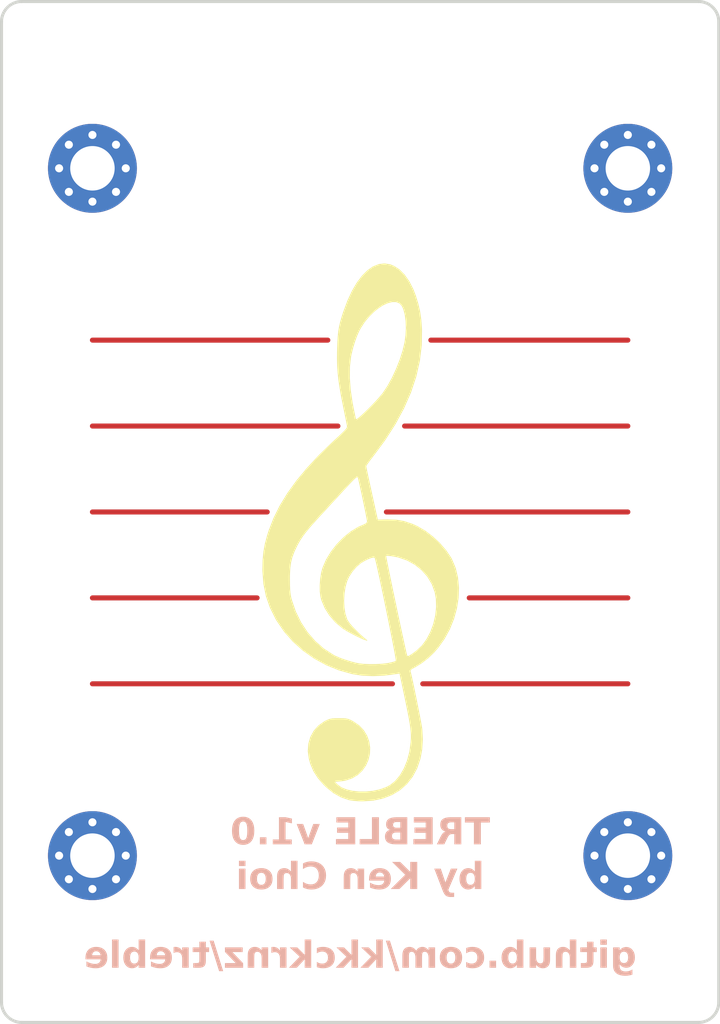
<source format=kicad_pcb>
(kicad_pcb (version 20240108) (generator "pcbnew") (generator_version "8.0")
  (title_block (title "treble_cover_plate") (date "2024-09-01") (rev "1") (company "Ken Choi"))
  (layers (0 "F.Cu" signal) (31 "B.Cu" signal) (34 "B.Paste" user) (35 "F.Paste" user) (36 "B.SilkS" user "B.Silkscreen") (37 "F.SilkS" user "F.Silkscreen") (38 "B.Mask" user) (39 "F.Mask" user) (44 "Edge.Cuts" user))
  (net 0 "")
  (net 1 "H1_Hole")
  (net 2 "H2_Hole")
  (net 3 "H3_Hole")
  (net 4 "H4_Hole")
  (footprint "MountingHole_2.2mm_M2_Pad_Via" (layer "F.Cu") (at 193.75 145.75)
    (property "Reference" "H1" (hide yes))
    (property "Value" "")
    (pad "" thru_hole circle (at -1.65 0) (size 0.7 0.7) (drill 0.4) (layers "*.Cu" "*.Mask") (net 1 "H1_Hole"))
    (pad "" thru_hole circle (at -1.166726 -1.166726) (size 0.7 0.7) (drill 0.4) (layers "*.Cu" "*.Mask") (net 1 "H1_Hole"))
    (pad "" thru_hole circle (at -1.166726 1.166726) (size 0.7 0.7) (drill 0.4) (layers "*.Cu" "*.Mask") (net 1 "H1_Hole"))
    (pad "" thru_hole circle (at 0 -1.65) (size 0.7 0.7) (drill 0.4) (layers "*.Cu" "*.Mask") (net 1 "H1_Hole"))
    (pad "" thru_hole circle (at 0 0) (size 4.4 4.4) (drill 2.2) (layers "*.Cu" "*.Mask") (net 1 "H1_Hole"))
    (pad "" thru_hole circle (at 0 1.65) (size 0.7 0.7) (drill 0.4) (layers "*.Cu" "*.Mask") (net 1 "H1_Hole"))
    (pad "" thru_hole circle (at 1.166726 -1.166726) (size 0.7 0.7) (drill 0.4) (layers "*.Cu" "*.Mask") (net 1 "H1_Hole"))
    (pad "" thru_hole circle (at 1.166726 1.166726) (size 0.7 0.7) (drill 0.4) (layers "*.Cu" "*.Mask") (net 1 "H1_Hole"))
    (pad "" thru_hole circle (at 1.65 0) (size 0.7 0.7) (drill 0.4) (layers "*.Cu" "*.Mask") (net 1 "H1_Hole"))
  )
  (footprint "MountingHole_2.2mm_M2_Pad_Via" (layer "F.Cu") (at 220.25 111.75)
    (property "Reference" "H4" (hide yes))
    (property "Value" "")
    (pad "" thru_hole circle (at -1.65 0) (size 0.7 0.7) (drill 0.4) (layers "*.Cu" "*.Mask") (net 4 "H4_Hole"))
    (pad "" thru_hole circle (at -1.166726 -1.166726) (size 0.7 0.7) (drill 0.4) (layers "*.Cu" "*.Mask") (net 4 "H4_Hole"))
    (pad "" thru_hole circle (at -1.166726 1.166726) (size 0.7 0.7) (drill 0.4) (layers "*.Cu" "*.Mask") (net 4 "H4_Hole"))
    (pad "" thru_hole circle (at 0 -1.65) (size 0.7 0.7) (drill 0.4) (layers "*.Cu" "*.Mask") (net 4 "H4_Hole"))
    (pad "" thru_hole circle (at 0 0) (size 4.4 4.4) (drill 2.2) (layers "*.Cu" "*.Mask") (net 4 "H4_Hole"))
    (pad "" thru_hole circle (at 0 1.65) (size 0.7 0.7) (drill 0.4) (layers "*.Cu" "*.Mask") (net 4 "H4_Hole"))
    (pad "" thru_hole circle (at 1.166726 -1.166726) (size 0.7 0.7) (drill 0.4) (layers "*.Cu" "*.Mask") (net 4 "H4_Hole"))
    (pad "" thru_hole circle (at 1.166726 1.166726) (size 0.7 0.7) (drill 0.4) (layers "*.Cu" "*.Mask") (net 4 "H4_Hole"))
    (pad "" thru_hole circle (at 1.65 0) (size 0.7 0.7) (drill 0.4) (layers "*.Cu" "*.Mask") (net 4 "H4_Hole"))
  )
  (footprint "MountingHole_2.2mm_M2_Pad_Via" (layer "F.Cu") (at 220.25 145.75)
    (property "Reference" "H3" (hide yes))
    (property "Value" "")
    (pad "" thru_hole circle (at -1.65 0) (size 0.7 0.7) (drill 0.4) (layers "*.Cu" "*.Mask") (net 3 "H3_Hole"))
    (pad "" thru_hole circle (at -1.166726 -1.166726) (size 0.7 0.7) (drill 0.4) (layers "*.Cu" "*.Mask") (net 3 "H3_Hole"))
    (pad "" thru_hole circle (at -1.166726 1.166726) (size 0.7 0.7) (drill 0.4) (layers "*.Cu" "*.Mask") (net 3 "H3_Hole"))
    (pad "" thru_hole circle (at 0 -1.65) (size 0.7 0.7) (drill 0.4) (layers "*.Cu" "*.Mask") (net 3 "H3_Hole"))
    (pad "" thru_hole circle (at 0 0) (size 4.4 4.4) (drill 2.2) (layers "*.Cu" "*.Mask") (net 3 "H3_Hole"))
    (pad "" thru_hole circle (at 0 1.65) (size 0.7 0.7) (drill 0.4) (layers "*.Cu" "*.Mask") (net 3 "H3_Hole"))
    (pad "" thru_hole circle (at 1.166726 -1.166726) (size 0.7 0.7) (drill 0.4) (layers "*.Cu" "*.Mask") (net 3 "H3_Hole"))
    (pad "" thru_hole circle (at 1.166726 1.166726) (size 0.7 0.7) (drill 0.4) (layers "*.Cu" "*.Mask") (net 3 "H3_Hole"))
    (pad "" thru_hole circle (at 1.65 0) (size 0.7 0.7) (drill 0.4) (layers "*.Cu" "*.Mask") (net 3 "H3_Hole"))
  )
  (footprint "MountingHole_2.2mm_M2_Pad_Via" (layer "F.Cu") (at 193.75 111.75)
    (property "Reference" "H2" (hide yes))
    (property "Value" "")
    (pad "" thru_hole circle (at -1.65 0) (size 0.7 0.7) (drill 0.4) (layers "*.Cu" "*.Mask") (net 2 "H2_Hole"))
    (pad "" thru_hole circle (at -1.166726 -1.166726) (size 0.7 0.7) (drill 0.4) (layers "*.Cu" "*.Mask") (net 2 "H2_Hole"))
    (pad "" thru_hole circle (at -1.166726 1.166726) (size 0.7 0.7) (drill 0.4) (layers "*.Cu" "*.Mask") (net 2 "H2_Hole"))
    (pad "" thru_hole circle (at 0 -1.65) (size 0.7 0.7) (drill 0.4) (layers "*.Cu" "*.Mask") (net 2 "H2_Hole"))
    (pad "" thru_hole circle (at 0 0) (size 4.4 4.4) (drill 2.2) (layers "*.Cu" "*.Mask") (net 2 "H2_Hole"))
    (pad "" thru_hole circle (at 0 1.65) (size 0.7 0.7) (drill 0.4) (layers "*.Cu" "*.Mask") (net 2 "H2_Hole"))
    (pad "" thru_hole circle (at 1.166726 -1.166726) (size 0.7 0.7) (drill 0.4) (layers "*.Cu" "*.Mask") (net 2 "H2_Hole"))
    (pad "" thru_hole circle (at 1.166726 1.166726) (size 0.7 0.7) (drill 0.4) (layers "*.Cu" "*.Mask") (net 2 "H2_Hole"))
    (pad "" thru_hole circle (at 1.65 0) (size 0.7 0.7) (drill 0.4) (layers "*.Cu" "*.Mask") (net 2 "H2_Hole"))
  )
  (footprint "logo_treble" (layer "F.Cu") (at 207 128.75)
    (property "Reference" "TL1" (hide yes))
    (property "Value" "")
    (fp_line (start -13.25 -8.5) (end -1.6 -8.5) (stroke (width 0.25)) (layer "F.Cu"))
    (fp_line (start -13.25 -4.25) (end -1.1 -4.25) (stroke (width 0.25)) (layer "F.Cu"))
    (fp_line (start -13.25 0) (end -4.6 0) (stroke (width 0.25)) (layer "F.Cu"))
    (fp_line (start -13.25 4.25) (end -5.1 4.25) (stroke (width 0.25)) (layer "F.Cu"))
    (fp_line (start -13.25 8.5) (end 1.6 8.5) (stroke (width 0.25)) (layer "F.Cu"))
    (fp_line (start 1.3 0) (end 13.25 0) (stroke (width 0.25)) (layer "F.Cu"))
    (fp_line (start 2.2 -4.25) (end 13.25 -4.25) (stroke (width 0.25)) (layer "F.Cu"))
    (fp_line (start 3.1 8.5) (end 13.25 8.5) (stroke (width 0.25)) (layer "F.Cu"))
    (fp_line (start 3.5 -8.5) (end 13.25 -8.5) (stroke (width 0.25)) (layer "F.Cu"))
    (fp_line (start 5.4 4.25) (end 13.25 4.25) (stroke (width 0.25)) (layer "F.Cu"))
    (fp_poly (pts (xy 1.488744 -12.251213) (xy 1.672989 -12.178316) (xy 1.948081 -11.998451) (xy 2.203369 -11.741774) (xy 2.433447 -11.415628) (xy 2.63291 -11.027357) (xy 2.757219 -10.70555) (xy 2.882705 -10.297637) (xy 2.97069 -9.914213) (xy 3.027503 -9.520496) (xy 3.059469 -9.0817) (xy 3.061627 -9.031933) (xy 3.05174 -8.25502) (xy 2.958244 -7.476018) (xy 2.780916 -6.694338) (xy 2.51953 -5.909392) (xy 2.173864 -5.120592) (xy 1.743693 -4.327351) (xy 1.228793 -3.52908) (xy 0.687626 -2.799328) (xy 0.55095 -2.622776) (xy 0.435694 -2.468392) (xy 0.351231 -2.349162) (xy 0.30693 -2.278075) (xy 0.302555 -2.265715) (xy 0.311732 -2.214875) (xy 0.337121 -2.091111) (xy 0.37649 -1.904858) (xy 0.427608 -1.666555) (xy 0.488242 -1.386639) (xy 0.556161 -1.075547) (xy 0.589483 -0.923725) (xy 0.875127 0.375575) (xy 1.344706 0.365593) (xy 1.786022 0.38081) (xy 2.189174 0.451129) (xy 2.585483 0.58353) (xy 2.838824 0.698536) (xy 3.221094 0.921966) (xy 3.596412 1.20573) (xy 3.946556 1.532401) (xy 4.253304 1.884554) (xy 4.498434 2.244764) (xy 4.546814 2.331878) (xy 4.730734 2.767915) (xy 4.845212 3.240675) (xy 4.892175 3.740021) (xy 4.87355 4.255815) (xy 4.791265 4.777921) (xy 4.647247 5.296202) (xy 4.443422 5.800519) (xy 4.181719 6.280736) (xy 3.864064 6.726715) (xy 3.668675 6.951096) (xy 3.368596 7.238408) (xy 3.044901 7.489333) (xy 2.723643 7.683995) (xy 2.678587 7.706478) (xy 2.54647 7.783086) (xy 2.494073 7.847522) (xy 2.494538 7.87085) (xy 2.524671 7.989723) (xy 2.567815 8.178086) (xy 2.621077 8.421703) (xy 2.681564 8.70634) (xy 2.746382 9.017761) (xy 2.812639 9.341732) (xy 2.877442 9.664017) (xy 2.937897 9.970381) (xy 2.991111 10.24659) (xy 3.034191 10.478407) (xy 3.064244 10.651599) (xy 3.07643 10.733927) (xy 3.105251 11.237129) (xy 3.073386 11.746487) (xy 2.988036 12.206663) (xy 2.826675 12.681574) (xy 2.601568 13.101391) (xy 2.316334 13.463472) (xy 1.974589 13.765179) (xy 1.579952 14.003872) (xy 1.136039 14.176912) (xy 0.64647 14.281659) (xy 0.114861 14.315474) (xy 0.097851 14.315361) (xy -0.114046 14.307877) (xy -0.322674 14.290992) (xy -0.493991 14.267786) (xy -0.545695 14.257123) (xy -0.945489 14.120828) (xy -1.32287 13.909274) (xy -1.685052 13.618158) (xy -1.794043 13.512425) (xy -2.086699 13.180343) (xy -2.306253 12.843278) (xy -2.46377 12.481919) (xy -2.542644 12.205882) (xy -2.592769 11.826056) (xy -2.565517 11.461632) (xy -2.465069 11.122169) (xy -2.295607 10.817224) (xy -2.061313 10.556356) (xy -1.76637 10.349122) (xy -1.719411 10.324393) (xy -1.595673 10.265798) (xy -1.487573 10.228972) (xy -1.368392 10.208961) (xy -1.211411 10.200809) (xy -1.045882 10.199496) (xy -0.845655 10.201292) (xy -0.704061 10.21042) (xy -0.594372 10.232488) (xy -0.489862 10.273103) (xy -0.363802 10.337873) (xy -0.349513 10.345607) (xy -0.050933 10.549211) (xy 0.181136 10.79296) (xy 0.348667 11.067093) (xy 0.453633 11.361848) (xy 0.498006 11.667463) (xy 0.48376 11.974177) (xy 0.412868 12.272228) (xy 0.287302 12.551855) (xy 0.109035 12.803296) (xy -0.11996 13.016788) (xy -0.39771 13.182572) (xy -0.722242 13.290884) (xy -0.951734 13.32538) (xy -1.241787 13.349845) (xy -1.128143 13.468463) (xy -0.938965 13.610449) (xy -0.687192 13.717349) (xy -0.388165 13.788937) (xy -0.057227 13.824988) (xy 0.29028 13.825274) (xy 0.639016 13.78957) (xy 0.973636 13.717651) (xy 1.278801 13.60929) (xy 1.474558 13.506796) (xy 1.736499 13.297624) (xy 1.968628 13.017231) (xy 2.16594 12.676092) (xy 2.323429 12.284678) (xy 2.436089 11.853465) (xy 2.498916 11.392927) (xy 2.501445 11.358002) (xy 2.509484 11.200524) (xy 2.510468 11.046273) (xy 2.502885 10.884486) (xy 2.485225 10.7044) (xy 2.455976 10.495254) (xy 2.413628 10.246284) (xy 2.35667 9.946728) (xy 2.283591 9.585824) (xy 2.19288 9.152809) (xy 2.189892 9.138693) (xy 1.947208 7.992513) (xy 1.795369 8.018811) (xy 1.204177 8.095924) (xy 0.628641 8.121797) (xy 0.086572 8.096378) (xy -0.380578 8.024806) (xy -1.046249 7.840076) (xy -1.68108 7.582073) (xy -2.277999 7.255872) (xy -2.829931 6.866548) (xy -3.329804 6.419176) (xy -3.770545 5.91883) (xy -4.145081 5.370586) (xy -4.19192 5.290141) (xy -4.469425 4.729835) (xy -4.667416 4.157383) (xy -4.789005 3.560973) (xy -4.805283 3.347899) (xy -3.474822 3.347899) (xy -3.470898 3.635851) (xy -3.461087 3.859599) (xy -3.443408 4.040226) (xy -3.41588 4.198819) (xy -3.38184 4.337237) (xy -3.184066 4.916459) (xy -2.921336 5.454376) (xy -2.59895 5.94419) (xy -2.222205 6.379104) (xy -1.796401 6.752321) (xy -1.326835 7.057044) (xy -1.216638 7.114996) (xy -1.022434 7.200398) (xy -0.776327 7.290777) (xy -0.510409 7.37579) (xy -0.256771 7.445095) (xy -0.068616 7.484976) (xy 0.170776 7.511581) (xy 0.462372 7.523846) (xy 0.774272 7.522141) (xy 1.07458 7.50684) (xy 1.331398 7.478316) (xy 1.391655 7.467918) (xy 1.553616 7.432992) (xy 1.683461 7.397716) (xy 1.757715 7.36865) (xy 1.764219 7.363781) (xy 1.761631 7.317446) (xy 1.742942 7.196457) (xy 1.709962 7.009639) (xy 1.664503 6.765814) (xy 1.608376 6.473807) (xy 1.543392 6.142443) (xy 1.471362 5.780545) (xy 1.394098 5.396937) (xy 1.313409 5.000443) (xy 1.231108 4.599888) (xy 1.149006 4.204095) (xy 1.068913 3.821889) (xy 0.992641 3.462093) (xy 0.922001 3.133531) (xy 0.858805 2.845028) (xy 0.804862 2.605407) (xy 0.761984 2.423493) (xy 0.731983 2.308109) (xy 0.718739 2.270056) (xy 0.662389 2.254006) (xy 0.550925 2.278144) (xy 0.400801 2.3361) (xy 0.228468 2.421502) (xy 0.05038 2.527981) (xy 0.047213 2.530058) (xy -0.168577 2.708648) (xy -0.37247 2.943871) (xy -0.542589 3.207567) (xy -0.635535 3.4089) (xy -0.721726 3.709229) (xy -0.773652 4.04332) (xy -0.791581 4.389999) (xy -0.775777 4.728093) (xy -0.726506 5.036432) (xy -0.644034 5.29384) (xy -0.611049 5.361307) (xy -0.522169 5.491591) (xy -0.382333 5.657968) (xy -0.20762 5.843656) (xy -0.014111 6.031873) (xy 0.182116 6.205837) (xy 0.256135 6.266376) (xy 0.341553 6.337074) (xy 0.363058 6.366433) (xy 0.325183 6.36415) (xy 0.298824 6.357693) (xy 0.166543 6.311429) (xy -0.016759 6.231422) (xy -0.229403 6.128698) (xy -0.449711 6.014281) (xy -0.656003 5.899197) (xy -0.826602 5.79447) (xy -0.878814 5.75879) (xy -1.224549 5.468674) (xy -1.519128 5.132996) (xy -1.752736 4.765878) (xy -1.915554 4.381443) (xy -1.965558 4.195472) (xy -1.999043 3.935402) (xy -2.002765 3.6278) (xy -1.978929 3.304302) (xy -1.92974 2.996541) (xy -1.865381 2.75848) (xy -1.687791 2.351944) (xy -1.577453 2.170871) (xy 1.290866 2.170871) (xy 1.296336 2.214337) (xy 1.317943 2.332341) (xy 1.353806 2.515967) (xy 1.402045 2.756298) (xy 1.460782 3.044416) (xy 1.528136 3.371406) (xy 1.60223 3.728349) (xy 1.681182 4.106329) (xy 1.763113 4.496428) (xy 1.846145 4.889731) (xy 1.928397 5.277319) (xy 2.00799 5.650275) (xy 2.083045 5.999683) (xy 2.151682 6.316626) (xy 2.212022 6.592187) (xy 2.262185 6.817448) (xy 2.300292 6.983493) (xy 2.324463 7.081404) (xy 2.329469 7.09849) (xy 2.350932 7.123905) (xy 2.396317 7.118241) (xy 2.476137 7.075877) (xy 2.600908 6.991193) (xy 2.781143 6.858568) (xy 2.788301 6.853201) (xy 3.052912 6.605428) (xy 3.282738 6.292791) (xy 3.473074 5.93033) (xy 3.619219 5.533084) (xy 3.716468 5.116093) (xy 3.760119 4.694397) (xy 3.745467 4.283034) (xy 3.689011 3.973052) (xy 3.542764 3.571948) (xy 3.324445 3.20703) (xy 3.042323 2.885593) (xy 2.704665 2.61493) (xy 2.319741 2.402335) (xy 1.895818 2.255102) (xy 1.69228 2.211725) (xy 1.522492 2.185391) (xy 1.386509 2.16986) (xy 1.304695 2.167206) (xy 1.290866 2.170871) (xy -1.577453 2.170871) (xy -1.446037 1.955207) (xy -1.152669 1.581425) (xy -0.820235 1.243754) (xy -0.461285 0.955349) (xy -0.088368 0.729367) (xy 0.181429 0.612805) (xy 0.298084 0.552619) (xy 0.341465 0.484521) (xy 0.341513 0.482219) (xy 0.332774 0.417619) (xy 0.308565 0.283953) (xy 0.271897 0.09551) (xy 0.225781 -0.133423) (xy 0.173229 -0.388557) (xy 0.117251 -0.655605) (xy 0.060859 -0.920278) (xy 0.007063 -1.168289) (xy -0.041123 -1.385348) (xy -0.080691 -1.557169) (xy -0.108627 -1.669463) (xy -0.119246 -1.704062) (xy -0.138437 -1.721058) (xy -0.175931 -1.70904) (xy -0.23846 -1.661828) (xy -0.332756 -1.573244) (xy -0.465552 -1.437105) (xy -0.64358 -1.247234) (xy -0.791079 -1.087357) (xy -1.027257 -0.830411) (xy -1.290242 -0.544423) (xy -1.558305 -0.253013) (xy -1.809721 0.020201) (xy -2.002235 0.22931) (xy -2.27542 0.529477) (xy -2.496801 0.781798) (xy -2.675514 0.998221) (xy -2.820697 1.190696) (xy -2.941484 1.371174) (xy -3.047014 1.551604) (xy -3.120687 1.692184) (xy -3.255329 1.979377) (xy -3.352837 2.241433) (xy -3.418287 2.502079) (xy -3.456755 2.78504) (xy -3.473313 3.114044) (xy -3.474822 3.347899) (xy -4.805283 3.347899) (xy -4.837302 2.928795) (xy -4.838397 2.83563) (xy -4.827566 2.374343) (xy -4.787323 1.958318) (xy -4.712276 1.554227) (xy -4.597032 1.128742) (xy -4.526861 0.910134) (xy -4.287632 0.294864) (xy -3.980434 -0.319558) (xy -3.602797 -0.936517) (xy -3.152252 -1.559401) (xy -2.626329 -2.191597) (xy -2.02256 -2.836491) (xy -1.338474 -3.497471) (xy -1.262119 -3.567731) (xy -1.047497 -3.765235) (xy -0.88854 -3.914793) (xy -0.7774 -4.025517) (xy -0.706231 -4.106522) (xy -0.667187 -4.16692) (xy -0.652421 -4.215827) (xy -0.654086 -4.262354) (xy -0.655688 -4.272101) (xy -0.671097 -4.352851) (xy -0.700626 -4.501979) (xy -0.741212 -4.704233) (xy -0.789793 -4.944358) (xy -0.843307 -5.207102) (xy -0.84852 -5.232605) (xy -0.94488 -5.720658) (xy -1.020029 -6.144427) (xy -1.075818 -6.521832) (xy -1.087322 -6.626706) (xy -0.509297 -6.626706) (xy -0.463809 -6.025372) (xy -0.368781 -5.383684) (xy -0.298547 -5.030577) (xy -0.26168 -4.857643) (xy -0.232862 -4.718289) (xy -0.216088 -4.632057) (xy -0.213445 -4.614358) (xy -0.197919 -4.591097) (xy -0.147753 -4.611043) (xy -0.057566 -4.678436) (xy 0.078023 -4.797512) (xy 0.264394 -4.972508) (xy 0.367354 -5.071686) (xy 0.562663 -5.267058) (xy 0.759567 -5.474744) (xy 0.938805 -5.673735) (xy 1.081117 -5.843023) (xy 1.117798 -5.890252) (xy 1.346054 -6.231558) (xy 1.568357 -6.635191) (xy 1.774811 -7.078193) (xy 1.955516 -7.537604) (xy 2.100575 -7.990466) (xy 2.195758 -8.390595) (xy 2.244772 -8.744259) (xy 2.261797 -9.103008) (xy 2.248187 -9.44871) (xy 2.205299 -9.763233) (xy 2.134488 -10.028449) (xy 2.061352 -10.188394) (xy 1.942005 -10.317514) (xy 1.782616 -10.380858) (xy 1.59125 -10.383183) (xy 1.375972 -10.329248) (xy 1.144849 -10.223809) (xy 0.905945 -10.071626) (xy 0.667327 -9.877456) (xy 0.437059 -9.646056) (xy 0.223207 -9.382185) (xy 0.033836 -9.0906) (xy -0.043802 -8.946555) (xy -0.148852 -8.707928) (xy -0.253973 -8.41628) (xy -0.349065 -8.103361) (xy -0.424031 -7.800921) (xy -0.449521 -7.670963) (xy -0.504713 -7.178349) (xy -0.509297 -6.626706) (xy -1.087322 -6.626706) (xy -1.114097 -6.870795) (xy -1.136716 -7.209234) (xy -1.145527 -7.555072) (xy -1.142379 -7.926229) (xy -1.139287 -8.048431) (xy -1.126448 -8.406847) (xy -1.108256 -8.70154) (xy -1.081142 -8.954145) (xy -1.041538 -9.186298) (xy -0.985876 -9.419637) (xy -0.910588 -9.675795) (xy -0.830255 -9.922385) (xy -0.627724 -10.463623) (xy -0.405366 -10.939687) (xy -0.16577 -11.348245) (xy 0.088473 -11.68696) (xy 0.354774 -11.9535) (xy 0.630542 -12.145529) (xy 0.913186 -12.260714) (xy 1.200117 -12.29672)) (fill solid) (layer "F.SilkS"))
  )
  (gr_line (start 223.75 103.5) (end 190.25 103.5) (stroke (width 0.15)) (layer "Edge.Cuts"))
  (gr_line (start 224.75 153) (end 224.75 104.5) (stroke (width 0.15)) (layer "Edge.Cuts"))
  (gr_arc (start 190.25 154) (mid 189.542893 153.707107) (end 189.25 153) (stroke (width 0.15)) (layer "Edge.Cuts"))
  (gr_arc (start 223.75 103.5) (mid 224.457107 103.792893) (end 224.75 104.5) (stroke (width 0.15)) (layer "Edge.Cuts"))
  (gr_line (start 189.25 104.5) (end 189.25 153) (stroke (width 0.15)) (layer "Edge.Cuts"))
  (gr_line (start 190.25 154) (end 223.75 154) (stroke (width 0.15)) (layer "Edge.Cuts"))
  (gr_arc (start 224.75 153) (mid 224.457107 153.707107) (end 223.75 154) (stroke (width 0.15)) (layer "Edge.Cuts"))
  (gr_arc (start 189.25 104.5) (mid 189.542893 103.792893) (end 190.25 103.5) (stroke (width 0.15)) (layer "Edge.Cuts"))
  (gr_text "TREBLE v1.0\nby Ken Choi" (at 207 145.75 0) (layer "B.SilkS") (effects (font (size 1.315 1.315) (thickness 0.15) (bold yes)) (justify mirror)))
  (gr_text "github.com/kkckrnz/treble" (at 207 150.75 0) (layer "B.SilkS") (effects (font (size 1.315 1.315) (thickness 0.15) (bold yes)) (justify mirror)))
)
</source>
